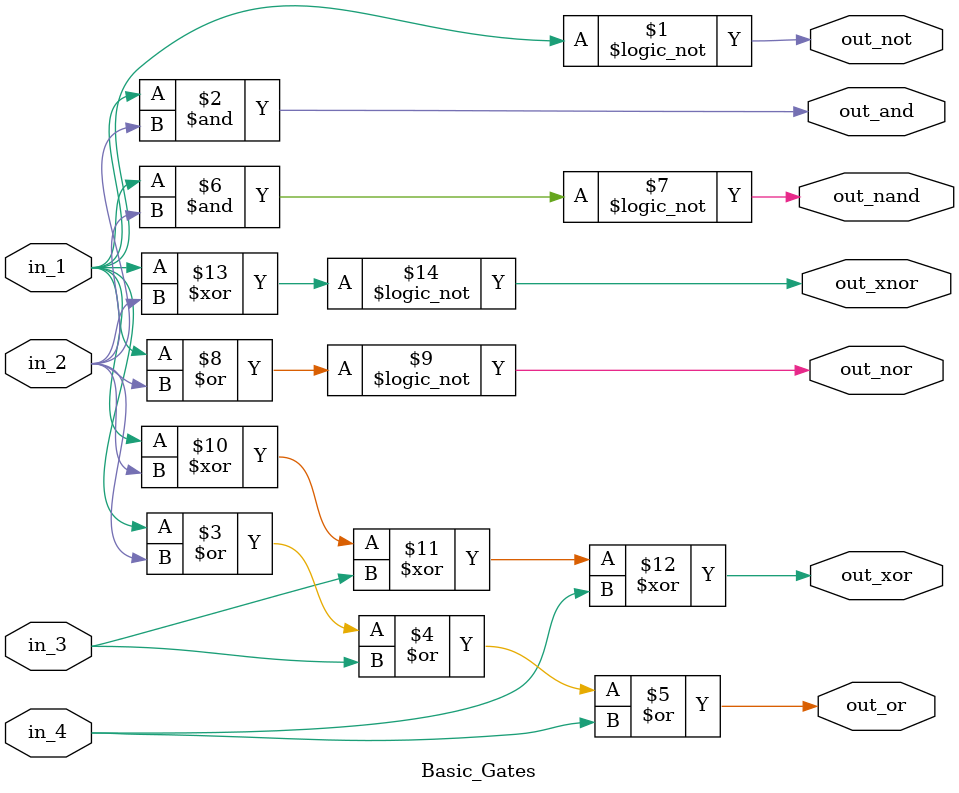
<source format=v>
`timescale 1ns / 1ps

module Basic_Gates(
    input in_1,in_2,in_3,in_4,       //input declaration
    output out_not,out_and,out_or,out_nand,out_nor,out_xor,out_xnor   //output declaration
    );
    //Gate level modelling
    /*
    not Gate_1(out_not,in_1);
    and Gate_2(out_and,in_1,in_2);
    or Gate_3(out_or,in_1,in_2,in_3,in_4);
    nand Gate_4(out_nand,in_1,in_2);
    nor Gate_5(out_nor,in_1,in_2);
    xor Gate_6(out_xor,in_1,in_2);
    xnor Gate_7(out_xnor,in_1,in_2,in_3,in_4); */
    
    //Data-Flow Modelling
    assign out_not = (!in_1);       // not represented by ! or ~
    assign out_and = in_1 & in_2;   // and represented by &
    assign out_or = in_1 | in_2 | in_3 | in_4;  //or represented by |
    assign out_nand = !(in_1 & in_2);    // nand represented by !(a&b)
    assign out_nor = !(in_1 | in_2);     // nor represented by !(a|b)
    assign out_xor = in_1 ^ in_2 ^ in_3 ^ in_4;   //exor represented by ^
    assign out_xnor = !(in_1 ^ in_2);    // enor represented by !(a^b)
   
endmodule

</source>
